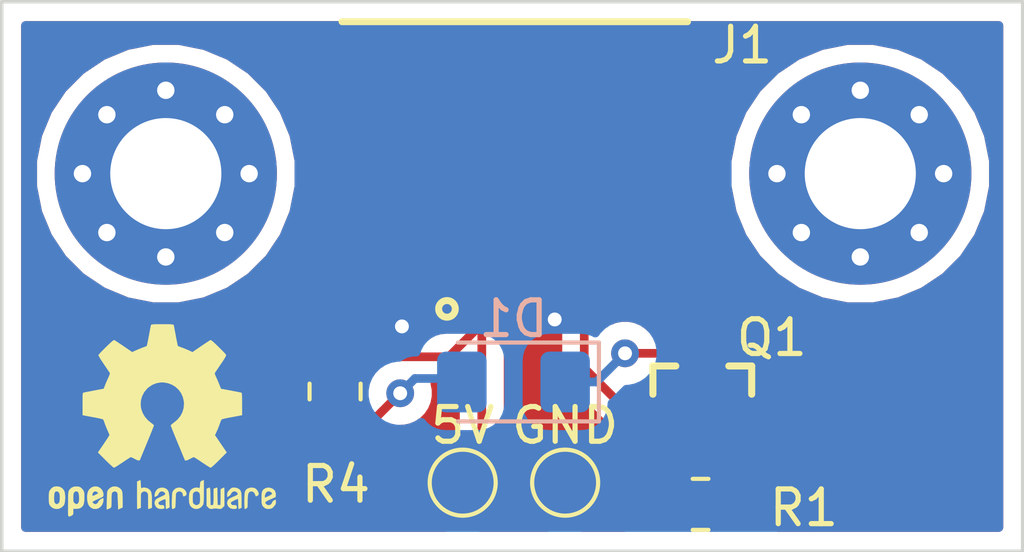
<source format=kicad_pcb>
(kicad_pcb (version 20171130) (host pcbnew "(5.1.8-0-10_14)")

  (general
    (thickness 1.6)
    (drawings 4)
    (tracks 24)
    (zones 0)
    (modules 10)
    (nets 6)
  )

  (page A4)
  (layers
    (0 F.Cu signal)
    (31 B.Cu signal)
    (32 B.Adhes user)
    (33 F.Adhes user)
    (34 B.Paste user)
    (35 F.Paste user)
    (36 B.SilkS user)
    (37 F.SilkS user)
    (38 B.Mask user)
    (39 F.Mask user)
    (40 Dwgs.User user)
    (41 Cmts.User user)
    (42 Eco1.User user)
    (43 Eco2.User user)
    (44 Edge.Cuts user)
    (45 Margin user)
    (46 B.CrtYd user)
    (47 F.CrtYd user)
    (48 B.Fab user)
    (49 F.Fab user hide)
  )

  (setup
    (last_trace_width 0.25)
    (user_trace_width 0.6)
    (trace_clearance 0.2)
    (zone_clearance 0.508)
    (zone_45_only no)
    (trace_min 0.2)
    (via_size 0.8)
    (via_drill 0.4)
    (via_min_size 0.4)
    (via_min_drill 0.3)
    (uvia_size 0.3)
    (uvia_drill 0.1)
    (uvias_allowed no)
    (uvia_min_size 0.2)
    (uvia_min_drill 0.1)
    (edge_width 0.1)
    (segment_width 0.2)
    (pcb_text_width 0.3)
    (pcb_text_size 1.5 1.5)
    (mod_edge_width 0.15)
    (mod_text_size 1 1)
    (mod_text_width 0.15)
    (pad_size 1.524 1.524)
    (pad_drill 0.762)
    (pad_to_mask_clearance 0)
    (aux_axis_origin 0 0)
    (visible_elements FFFFFF7F)
    (pcbplotparams
      (layerselection 0x010fc_ffffffff)
      (usegerberextensions false)
      (usegerberattributes true)
      (usegerberadvancedattributes true)
      (creategerberjobfile true)
      (excludeedgelayer true)
      (linewidth 0.100000)
      (plotframeref false)
      (viasonmask false)
      (mode 1)
      (useauxorigin false)
      (hpglpennumber 1)
      (hpglpenspeed 20)
      (hpglpendiameter 15.000000)
      (psnegative false)
      (psa4output false)
      (plotreference true)
      (plotvalue true)
      (plotinvisibletext false)
      (padsonsilk false)
      (subtractmaskfromsilk false)
      (outputformat 1)
      (mirror false)
      (drillshape 0)
      (scaleselection 1)
      (outputdirectory "gerber1/"))
  )

  (net 0 "")
  (net 1 GND1)
  (net 2 +5VA)
  (net 3 "Net-(D1-Pad2)")
  (net 4 "Net-(D1-Pad1)")
  (net 5 ODEmitter1)

  (net_class Default "This is the default net class."
    (clearance 0.2)
    (trace_width 0.25)
    (via_dia 0.8)
    (via_drill 0.4)
    (uvia_dia 0.3)
    (uvia_drill 0.1)
    (add_net +5VA)
    (add_net GND1)
    (add_net "Net-(D1-Pad1)")
    (add_net "Net-(D1-Pad2)")
    (add_net ODEmitter1)
  )

  (module Symbol:OSHW-Logo2_7.3x6mm_SilkScreen (layer F.Cu) (tedit 0) (tstamp 6045AB01)
    (at 64.9 126.1)
    (descr "Open Source Hardware Symbol")
    (tags "Logo Symbol OSHW")
    (attr virtual)
    (fp_text reference REF** (at 0 0) (layer F.SilkS) hide
      (effects (font (size 1 1) (thickness 0.15)))
    )
    (fp_text value OSHW-Logo2_7.3x6mm_SilkScreen (at 0.75 0) (layer F.Fab) hide
      (effects (font (size 1 1) (thickness 0.15)))
    )
    (fp_poly (pts (xy 0.10391 -2.757652) (xy 0.182454 -2.757222) (xy 0.239298 -2.756058) (xy 0.278105 -2.753793)
      (xy 0.302538 -2.75006) (xy 0.316262 -2.744494) (xy 0.32294 -2.736727) (xy 0.326236 -2.726395)
      (xy 0.326556 -2.725057) (xy 0.331562 -2.700921) (xy 0.340829 -2.653299) (xy 0.353392 -2.587259)
      (xy 0.368287 -2.507872) (xy 0.384551 -2.420204) (xy 0.385119 -2.417125) (xy 0.40141 -2.331211)
      (xy 0.416652 -2.255304) (xy 0.429861 -2.193955) (xy 0.440054 -2.151718) (xy 0.446248 -2.133145)
      (xy 0.446543 -2.132816) (xy 0.464788 -2.123747) (xy 0.502405 -2.108633) (xy 0.551271 -2.090738)
      (xy 0.551543 -2.090642) (xy 0.613093 -2.067507) (xy 0.685657 -2.038035) (xy 0.754057 -2.008403)
      (xy 0.757294 -2.006938) (xy 0.868702 -1.956374) (xy 1.115399 -2.12484) (xy 1.191077 -2.176197)
      (xy 1.259631 -2.222111) (xy 1.317088 -2.25997) (xy 1.359476 -2.287163) (xy 1.382825 -2.301079)
      (xy 1.385042 -2.302111) (xy 1.40201 -2.297516) (xy 1.433701 -2.275345) (xy 1.481352 -2.234553)
      (xy 1.546198 -2.174095) (xy 1.612397 -2.109773) (xy 1.676214 -2.046388) (xy 1.733329 -1.988549)
      (xy 1.780305 -1.939825) (xy 1.813703 -1.90379) (xy 1.830085 -1.884016) (xy 1.830694 -1.882998)
      (xy 1.832505 -1.869428) (xy 1.825683 -1.847267) (xy 1.80854 -1.813522) (xy 1.779393 -1.7652)
      (xy 1.736555 -1.699308) (xy 1.679448 -1.614483) (xy 1.628766 -1.539823) (xy 1.583461 -1.47286)
      (xy 1.54615 -1.417484) (xy 1.519452 -1.37758) (xy 1.505985 -1.357038) (xy 1.505137 -1.355644)
      (xy 1.506781 -1.335962) (xy 1.519245 -1.297707) (xy 1.540048 -1.248111) (xy 1.547462 -1.232272)
      (xy 1.579814 -1.16171) (xy 1.614328 -1.081647) (xy 1.642365 -1.012371) (xy 1.662568 -0.960955)
      (xy 1.678615 -0.921881) (xy 1.687888 -0.901459) (xy 1.689041 -0.899886) (xy 1.706096 -0.897279)
      (xy 1.746298 -0.890137) (xy 1.804302 -0.879477) (xy 1.874763 -0.866315) (xy 1.952335 -0.851667)
      (xy 2.031672 -0.836551) (xy 2.107431 -0.821982) (xy 2.174264 -0.808978) (xy 2.226828 -0.798555)
      (xy 2.259776 -0.79173) (xy 2.267857 -0.789801) (xy 2.276205 -0.785038) (xy 2.282506 -0.774282)
      (xy 2.287045 -0.753902) (xy 2.290104 -0.720266) (xy 2.291967 -0.669745) (xy 2.292918 -0.598708)
      (xy 2.29324 -0.503524) (xy 2.293257 -0.464508) (xy 2.293257 -0.147201) (xy 2.217057 -0.132161)
      (xy 2.174663 -0.124005) (xy 2.1114 -0.112101) (xy 2.034962 -0.097884) (xy 1.953043 -0.08279)
      (xy 1.9304 -0.078645) (xy 1.854806 -0.063947) (xy 1.788953 -0.049495) (xy 1.738366 -0.036625)
      (xy 1.708574 -0.026678) (xy 1.703612 -0.023713) (xy 1.691426 -0.002717) (xy 1.673953 0.037967)
      (xy 1.654577 0.090322) (xy 1.650734 0.1016) (xy 1.625339 0.171523) (xy 1.593817 0.250418)
      (xy 1.562969 0.321266) (xy 1.562817 0.321595) (xy 1.511447 0.432733) (xy 1.680399 0.681253)
      (xy 1.849352 0.929772) (xy 1.632429 1.147058) (xy 1.566819 1.211726) (xy 1.506979 1.268733)
      (xy 1.456267 1.315033) (xy 1.418046 1.347584) (xy 1.395675 1.363343) (xy 1.392466 1.364343)
      (xy 1.373626 1.356469) (xy 1.33518 1.334578) (xy 1.28133 1.301267) (xy 1.216276 1.259131)
      (xy 1.14594 1.211943) (xy 1.074555 1.16381) (xy 1.010908 1.121928) (xy 0.959041 1.088871)
      (xy 0.922995 1.067218) (xy 0.906867 1.059543) (xy 0.887189 1.066037) (xy 0.849875 1.08315)
      (xy 0.802621 1.107326) (xy 0.797612 1.110013) (xy 0.733977 1.141927) (xy 0.690341 1.157579)
      (xy 0.663202 1.157745) (xy 0.649057 1.143204) (xy 0.648975 1.143) (xy 0.641905 1.125779)
      (xy 0.625042 1.084899) (xy 0.599695 1.023525) (xy 0.567171 0.944819) (xy 0.528778 0.851947)
      (xy 0.485822 0.748072) (xy 0.444222 0.647502) (xy 0.398504 0.536516) (xy 0.356526 0.433703)
      (xy 0.319548 0.342215) (xy 0.288827 0.265201) (xy 0.265622 0.205815) (xy 0.25119 0.167209)
      (xy 0.246743 0.1528) (xy 0.257896 0.136272) (xy 0.287069 0.10993) (xy 0.325971 0.080887)
      (xy 0.436757 -0.010961) (xy 0.523351 -0.116241) (xy 0.584716 -0.232734) (xy 0.619815 -0.358224)
      (xy 0.627608 -0.490493) (xy 0.621943 -0.551543) (xy 0.591078 -0.678205) (xy 0.53792 -0.790059)
      (xy 0.465767 -0.885999) (xy 0.377917 -0.964924) (xy 0.277665 -1.02573) (xy 0.16831 -1.067313)
      (xy 0.053147 -1.088572) (xy -0.064525 -1.088401) (xy -0.18141 -1.065699) (xy -0.294211 -1.019362)
      (xy -0.399631 -0.948287) (xy -0.443632 -0.908089) (xy -0.528021 -0.804871) (xy -0.586778 -0.692075)
      (xy -0.620296 -0.57299) (xy -0.628965 -0.450905) (xy -0.613177 -0.329107) (xy -0.573322 -0.210884)
      (xy -0.509793 -0.099525) (xy -0.422979 0.001684) (xy -0.325971 0.080887) (xy -0.285563 0.111162)
      (xy -0.257018 0.137219) (xy -0.246743 0.152825) (xy -0.252123 0.169843) (xy -0.267425 0.2105)
      (xy -0.291388 0.271642) (xy -0.322756 0.350119) (xy -0.360268 0.44278) (xy -0.402667 0.546472)
      (xy -0.444337 0.647526) (xy -0.49031 0.758607) (xy -0.532893 0.861541) (xy -0.570779 0.953165)
      (xy -0.60266 1.030316) (xy -0.627229 1.089831) (xy -0.64318 1.128544) (xy -0.64909 1.143)
      (xy -0.663052 1.157685) (xy -0.69006 1.157642) (xy -0.733587 1.142099) (xy -0.79711 1.110284)
      (xy -0.797612 1.110013) (xy -0.84544 1.085323) (xy -0.884103 1.067338) (xy -0.905905 1.059614)
      (xy -0.906867 1.059543) (xy -0.923279 1.067378) (xy -0.959513 1.089165) (xy -1.011526 1.122328)
      (xy -1.075275 1.164291) (xy -1.14594 1.211943) (xy -1.217884 1.260191) (xy -1.282726 1.302151)
      (xy -1.336265 1.335227) (xy -1.374303 1.356821) (xy -1.392467 1.364343) (xy -1.409192 1.354457)
      (xy -1.44282 1.326826) (xy -1.48999 1.284495) (xy -1.547342 1.230505) (xy -1.611516 1.167899)
      (xy -1.632503 1.146983) (xy -1.849501 0.929623) (xy -1.684332 0.68722) (xy -1.634136 0.612781)
      (xy -1.590081 0.545972) (xy -1.554638 0.490665) (xy -1.530281 0.450729) (xy -1.519478 0.430036)
      (xy -1.519162 0.428563) (xy -1.524857 0.409058) (xy -1.540174 0.369822) (xy -1.562463 0.31743)
      (xy -1.578107 0.282355) (xy -1.607359 0.215201) (xy -1.634906 0.147358) (xy -1.656263 0.090034)
      (xy -1.662065 0.072572) (xy -1.678548 0.025938) (xy -1.69466 -0.010095) (xy -1.70351 -0.023713)
      (xy -1.72304 -0.032048) (xy -1.765666 -0.043863) (xy -1.825855 -0.057819) (xy -1.898078 -0.072578)
      (xy -1.9304 -0.078645) (xy -2.012478 -0.093727) (xy -2.091205 -0.108331) (xy -2.158891 -0.12102)
      (xy -2.20784 -0.130358) (xy -2.217057 -0.132161) (xy -2.293257 -0.147201) (xy -2.293257 -0.464508)
      (xy -2.293086 -0.568846) (xy -2.292384 -0.647787) (xy -2.290866 -0.704962) (xy -2.288251 -0.744001)
      (xy -2.284254 -0.768535) (xy -2.278591 -0.782195) (xy -2.27098 -0.788611) (xy -2.267857 -0.789801)
      (xy -2.249022 -0.79402) (xy -2.207412 -0.802438) (xy -2.14837 -0.814039) (xy -2.077243 -0.827805)
      (xy -1.999375 -0.84272) (xy -1.920113 -0.857768) (xy -1.844802 -0.871931) (xy -1.778787 -0.884194)
      (xy -1.727413 -0.893539) (xy -1.696025 -0.89895) (xy -1.689041 -0.899886) (xy -1.682715 -0.912404)
      (xy -1.66871 -0.945754) (xy -1.649645 -0.993623) (xy -1.642366 -1.012371) (xy -1.613004 -1.084805)
      (xy -1.578429 -1.16483) (xy -1.547463 -1.232272) (xy -1.524677 -1.283841) (xy -1.509518 -1.326215)
      (xy -1.504458 -1.352166) (xy -1.505264 -1.355644) (xy -1.515959 -1.372064) (xy -1.54038 -1.408583)
      (xy -1.575905 -1.461313) (xy -1.619913 -1.526365) (xy -1.669783 -1.599849) (xy -1.679644 -1.614355)
      (xy -1.737508 -1.700296) (xy -1.780044 -1.765739) (xy -1.808946 -1.813696) (xy -1.82591 -1.84718)
      (xy -1.832633 -1.869205) (xy -1.83081 -1.882783) (xy -1.830764 -1.882869) (xy -1.816414 -1.900703)
      (xy -1.784677 -1.935183) (xy -1.73899 -1.982732) (xy -1.682796 -2.039778) (xy -1.619532 -2.102745)
      (xy -1.612398 -2.109773) (xy -1.53267 -2.18698) (xy -1.471143 -2.24367) (xy -1.426579 -2.28089)
      (xy -1.397743 -2.299685) (xy -1.385042 -2.302111) (xy -1.366506 -2.291529) (xy -1.328039 -2.267084)
      (xy -1.273614 -2.231388) (xy -1.207202 -2.187053) (xy -1.132775 -2.136689) (xy -1.115399 -2.12484)
      (xy -0.868703 -1.956374) (xy -0.757294 -2.006938) (xy -0.689543 -2.036405) (xy -0.616817 -2.066041)
      (xy -0.554297 -2.08967) (xy -0.551543 -2.090642) (xy -0.50264 -2.108543) (xy -0.464943 -2.12368)
      (xy -0.446575 -2.13279) (xy -0.446544 -2.132816) (xy -0.440715 -2.149283) (xy -0.430808 -2.189781)
      (xy -0.417805 -2.249758) (xy -0.402691 -2.32466) (xy -0.386448 -2.409936) (xy -0.385119 -2.417125)
      (xy -0.368825 -2.504986) (xy -0.353867 -2.58474) (xy -0.341209 -2.651319) (xy -0.331814 -2.699653)
      (xy -0.326646 -2.724675) (xy -0.326556 -2.725057) (xy -0.323411 -2.735701) (xy -0.317296 -2.743738)
      (xy -0.304547 -2.749533) (xy -0.2815 -2.753453) (xy -0.244491 -2.755865) (xy -0.189856 -2.757135)
      (xy -0.113933 -2.757629) (xy -0.013056 -2.757714) (xy 0 -2.757714) (xy 0.10391 -2.757652)) (layer F.SilkS) (width 0.01))
    (fp_poly (pts (xy 3.153595 1.966966) (xy 3.211021 2.004497) (xy 3.238719 2.038096) (xy 3.260662 2.099064)
      (xy 3.262405 2.147308) (xy 3.258457 2.211816) (xy 3.109686 2.276934) (xy 3.037349 2.310202)
      (xy 2.990084 2.336964) (xy 2.965507 2.360144) (xy 2.961237 2.382667) (xy 2.974889 2.407455)
      (xy 2.989943 2.423886) (xy 3.033746 2.450235) (xy 3.081389 2.452081) (xy 3.125145 2.431546)
      (xy 3.157289 2.390752) (xy 3.163038 2.376347) (xy 3.190576 2.331356) (xy 3.222258 2.312182)
      (xy 3.265714 2.295779) (xy 3.265714 2.357966) (xy 3.261872 2.400283) (xy 3.246823 2.435969)
      (xy 3.21528 2.476943) (xy 3.210592 2.482267) (xy 3.175506 2.51872) (xy 3.145347 2.538283)
      (xy 3.107615 2.547283) (xy 3.076335 2.55023) (xy 3.020385 2.550965) (xy 2.980555 2.54166)
      (xy 2.955708 2.527846) (xy 2.916656 2.497467) (xy 2.889625 2.464613) (xy 2.872517 2.423294)
      (xy 2.863238 2.367521) (xy 2.859693 2.291305) (xy 2.85941 2.252622) (xy 2.860372 2.206247)
      (xy 2.948007 2.206247) (xy 2.949023 2.231126) (xy 2.951556 2.2352) (xy 2.968274 2.229665)
      (xy 3.004249 2.215017) (xy 3.052331 2.19419) (xy 3.062386 2.189714) (xy 3.123152 2.158814)
      (xy 3.156632 2.131657) (xy 3.16399 2.10622) (xy 3.146391 2.080481) (xy 3.131856 2.069109)
      (xy 3.07941 2.046364) (xy 3.030322 2.050122) (xy 2.989227 2.077884) (xy 2.960758 2.127152)
      (xy 2.951631 2.166257) (xy 2.948007 2.206247) (xy 2.860372 2.206247) (xy 2.861285 2.162249)
      (xy 2.868196 2.095384) (xy 2.881884 2.046695) (xy 2.904096 2.010849) (xy 2.936574 1.982513)
      (xy 2.950733 1.973355) (xy 3.015053 1.949507) (xy 3.085473 1.948006) (xy 3.153595 1.966966)) (layer F.SilkS) (width 0.01))
    (fp_poly (pts (xy 2.6526 1.958752) (xy 2.669948 1.966334) (xy 2.711356 1.999128) (xy 2.746765 2.046547)
      (xy 2.768664 2.097151) (xy 2.772229 2.122098) (xy 2.760279 2.156927) (xy 2.734067 2.175357)
      (xy 2.705964 2.186516) (xy 2.693095 2.188572) (xy 2.686829 2.173649) (xy 2.674456 2.141175)
      (xy 2.669028 2.126502) (xy 2.63859 2.075744) (xy 2.59452 2.050427) (xy 2.53801 2.051206)
      (xy 2.533825 2.052203) (xy 2.503655 2.066507) (xy 2.481476 2.094393) (xy 2.466327 2.139287)
      (xy 2.45725 2.204615) (xy 2.453286 2.293804) (xy 2.452914 2.341261) (xy 2.45273 2.416071)
      (xy 2.451522 2.467069) (xy 2.448309 2.499471) (xy 2.442109 2.518495) (xy 2.43194 2.529356)
      (xy 2.416819 2.537272) (xy 2.415946 2.53767) (xy 2.386828 2.549981) (xy 2.372403 2.554514)
      (xy 2.370186 2.540809) (xy 2.368289 2.502925) (xy 2.366847 2.445715) (xy 2.365998 2.374027)
      (xy 2.365829 2.321565) (xy 2.366692 2.220047) (xy 2.37007 2.143032) (xy 2.377142 2.086023)
      (xy 2.389088 2.044526) (xy 2.40709 2.014043) (xy 2.432327 1.99008) (xy 2.457247 1.973355)
      (xy 2.517171 1.951097) (xy 2.586911 1.946076) (xy 2.6526 1.958752)) (layer F.SilkS) (width 0.01))
    (fp_poly (pts (xy 2.144876 1.956335) (xy 2.186667 1.975344) (xy 2.219469 1.998378) (xy 2.243503 2.024133)
      (xy 2.260097 2.057358) (xy 2.270577 2.1028) (xy 2.276271 2.165207) (xy 2.278507 2.249327)
      (xy 2.278743 2.304721) (xy 2.278743 2.520826) (xy 2.241774 2.53767) (xy 2.212656 2.549981)
      (xy 2.198231 2.554514) (xy 2.195472 2.541025) (xy 2.193282 2.504653) (xy 2.191942 2.451542)
      (xy 2.191657 2.409372) (xy 2.190434 2.348447) (xy 2.187136 2.300115) (xy 2.182321 2.270518)
      (xy 2.178496 2.264229) (xy 2.152783 2.270652) (xy 2.112418 2.287125) (xy 2.065679 2.309458)
      (xy 2.020845 2.333457) (xy 1.986193 2.35493) (xy 1.970002 2.369685) (xy 1.969938 2.369845)
      (xy 1.97133 2.397152) (xy 1.983818 2.423219) (xy 2.005743 2.444392) (xy 2.037743 2.451474)
      (xy 2.065092 2.450649) (xy 2.103826 2.450042) (xy 2.124158 2.459116) (xy 2.136369 2.483092)
      (xy 2.137909 2.487613) (xy 2.143203 2.521806) (xy 2.129047 2.542568) (xy 2.092148 2.552462)
      (xy 2.052289 2.554292) (xy 1.980562 2.540727) (xy 1.943432 2.521355) (xy 1.897576 2.475845)
      (xy 1.873256 2.419983) (xy 1.871073 2.360957) (xy 1.891629 2.305953) (xy 1.922549 2.271486)
      (xy 1.95342 2.252189) (xy 2.001942 2.227759) (xy 2.058485 2.202985) (xy 2.06791 2.199199)
      (xy 2.130019 2.171791) (xy 2.165822 2.147634) (xy 2.177337 2.123619) (xy 2.16658 2.096635)
      (xy 2.148114 2.075543) (xy 2.104469 2.049572) (xy 2.056446 2.047624) (xy 2.012406 2.067637)
      (xy 1.980709 2.107551) (xy 1.976549 2.117848) (xy 1.952327 2.155724) (xy 1.916965 2.183842)
      (xy 1.872343 2.206917) (xy 1.872343 2.141485) (xy 1.874969 2.101506) (xy 1.88623 2.069997)
      (xy 1.911199 2.036378) (xy 1.935169 2.010484) (xy 1.972441 1.973817) (xy 2.001401 1.954121)
      (xy 2.032505 1.94622) (xy 2.067713 1.944914) (xy 2.144876 1.956335)) (layer F.SilkS) (width 0.01))
    (fp_poly (pts (xy 1.779833 1.958663) (xy 1.782048 1.99685) (xy 1.783784 2.054886) (xy 1.784899 2.12818)
      (xy 1.785257 2.205055) (xy 1.785257 2.465196) (xy 1.739326 2.511127) (xy 1.707675 2.539429)
      (xy 1.67989 2.550893) (xy 1.641915 2.550168) (xy 1.62684 2.548321) (xy 1.579726 2.542948)
      (xy 1.540756 2.539869) (xy 1.531257 2.539585) (xy 1.499233 2.541445) (xy 1.453432 2.546114)
      (xy 1.435674 2.548321) (xy 1.392057 2.551735) (xy 1.362745 2.54432) (xy 1.33368 2.521427)
      (xy 1.323188 2.511127) (xy 1.277257 2.465196) (xy 1.277257 1.978602) (xy 1.314226 1.961758)
      (xy 1.346059 1.949282) (xy 1.364683 1.944914) (xy 1.369458 1.958718) (xy 1.373921 1.997286)
      (xy 1.377775 2.056356) (xy 1.380722 2.131663) (xy 1.382143 2.195286) (xy 1.386114 2.445657)
      (xy 1.420759 2.450556) (xy 1.452268 2.447131) (xy 1.467708 2.436041) (xy 1.472023 2.415308)
      (xy 1.475708 2.371145) (xy 1.478469 2.309146) (xy 1.480012 2.234909) (xy 1.480235 2.196706)
      (xy 1.480457 1.976783) (xy 1.526166 1.960849) (xy 1.558518 1.950015) (xy 1.576115 1.944962)
      (xy 1.576623 1.944914) (xy 1.578388 1.958648) (xy 1.580329 1.99673) (xy 1.582282 2.054482)
      (xy 1.584084 2.127227) (xy 1.585343 2.195286) (xy 1.589314 2.445657) (xy 1.6764 2.445657)
      (xy 1.680396 2.21724) (xy 1.684392 1.988822) (xy 1.726847 1.966868) (xy 1.758192 1.951793)
      (xy 1.776744 1.944951) (xy 1.777279 1.944914) (xy 1.779833 1.958663)) (layer F.SilkS) (width 0.01))
    (fp_poly (pts (xy 1.190117 2.065358) (xy 1.189933 2.173837) (xy 1.189219 2.257287) (xy 1.187675 2.319704)
      (xy 1.185001 2.365085) (xy 1.180894 2.397429) (xy 1.175055 2.420733) (xy 1.167182 2.438995)
      (xy 1.161221 2.449418) (xy 1.111855 2.505945) (xy 1.049264 2.541377) (xy 0.980013 2.55409)
      (xy 0.910668 2.542463) (xy 0.869375 2.521568) (xy 0.826025 2.485422) (xy 0.796481 2.441276)
      (xy 0.778655 2.383462) (xy 0.770463 2.306313) (xy 0.769302 2.249714) (xy 0.769458 2.245647)
      (xy 0.870857 2.245647) (xy 0.871476 2.31055) (xy 0.874314 2.353514) (xy 0.88084 2.381622)
      (xy 0.892523 2.401953) (xy 0.906483 2.417288) (xy 0.953365 2.44689) (xy 1.003701 2.449419)
      (xy 1.051276 2.424705) (xy 1.054979 2.421356) (xy 1.070783 2.403935) (xy 1.080693 2.383209)
      (xy 1.086058 2.352362) (xy 1.088228 2.304577) (xy 1.088571 2.251748) (xy 1.087827 2.185381)
      (xy 1.084748 2.141106) (xy 1.078061 2.112009) (xy 1.066496 2.091173) (xy 1.057013 2.080107)
      (xy 1.01296 2.052198) (xy 0.962224 2.048843) (xy 0.913796 2.070159) (xy 0.90445 2.078073)
      (xy 0.88854 2.095647) (xy 0.87861 2.116587) (xy 0.873278 2.147782) (xy 0.871163 2.196122)
      (xy 0.870857 2.245647) (xy 0.769458 2.245647) (xy 0.77281 2.158568) (xy 0.784726 2.090086)
      (xy 0.807135 2.0386) (xy 0.842124 1.998443) (xy 0.869375 1.977861) (xy 0.918907 1.955625)
      (xy 0.976316 1.945304) (xy 1.029682 1.948067) (xy 1.059543 1.959212) (xy 1.071261 1.962383)
      (xy 1.079037 1.950557) (xy 1.084465 1.918866) (xy 1.088571 1.870593) (xy 1.093067 1.816829)
      (xy 1.099313 1.784482) (xy 1.110676 1.765985) (xy 1.130528 1.75377) (xy 1.143 1.748362)
      (xy 1.190171 1.728601) (xy 1.190117 2.065358)) (layer F.SilkS) (width 0.01))
    (fp_poly (pts (xy 0.529926 1.949755) (xy 0.595858 1.974084) (xy 0.649273 2.017117) (xy 0.670164 2.047409)
      (xy 0.692939 2.102994) (xy 0.692466 2.143186) (xy 0.668562 2.170217) (xy 0.659717 2.174813)
      (xy 0.62153 2.189144) (xy 0.602028 2.185472) (xy 0.595422 2.161407) (xy 0.595086 2.148114)
      (xy 0.582992 2.09921) (xy 0.551471 2.064999) (xy 0.507659 2.048476) (xy 0.458695 2.052634)
      (xy 0.418894 2.074227) (xy 0.40545 2.086544) (xy 0.395921 2.101487) (xy 0.389485 2.124075)
      (xy 0.385317 2.159328) (xy 0.382597 2.212266) (xy 0.380502 2.287907) (xy 0.37996 2.311857)
      (xy 0.377981 2.39379) (xy 0.375731 2.451455) (xy 0.372357 2.489608) (xy 0.367006 2.513004)
      (xy 0.358824 2.526398) (xy 0.346959 2.534545) (xy 0.339362 2.538144) (xy 0.307102 2.550452)
      (xy 0.288111 2.554514) (xy 0.281836 2.540948) (xy 0.278006 2.499934) (xy 0.2766 2.430999)
      (xy 0.277598 2.333669) (xy 0.277908 2.318657) (xy 0.280101 2.229859) (xy 0.282693 2.165019)
      (xy 0.286382 2.119067) (xy 0.291864 2.086935) (xy 0.299835 2.063553) (xy 0.310993 2.043852)
      (xy 0.31683 2.03541) (xy 0.350296 1.998057) (xy 0.387727 1.969003) (xy 0.392309 1.966467)
      (xy 0.459426 1.946443) (xy 0.529926 1.949755)) (layer F.SilkS) (width 0.01))
    (fp_poly (pts (xy 0.039744 1.950968) (xy 0.096616 1.972087) (xy 0.097267 1.972493) (xy 0.13244 1.99838)
      (xy 0.158407 2.028633) (xy 0.17667 2.068058) (xy 0.188732 2.121462) (xy 0.196096 2.193651)
      (xy 0.200264 2.289432) (xy 0.200629 2.303078) (xy 0.205876 2.508842) (xy 0.161716 2.531678)
      (xy 0.129763 2.54711) (xy 0.11047 2.554423) (xy 0.109578 2.554514) (xy 0.106239 2.541022)
      (xy 0.103587 2.504626) (xy 0.101956 2.451452) (xy 0.1016 2.408393) (xy 0.101592 2.338641)
      (xy 0.098403 2.294837) (xy 0.087288 2.273944) (xy 0.063501 2.272925) (xy 0.022296 2.288741)
      (xy -0.039914 2.317815) (xy -0.085659 2.341963) (xy -0.109187 2.362913) (xy -0.116104 2.385747)
      (xy -0.116114 2.386877) (xy -0.104701 2.426212) (xy -0.070908 2.447462) (xy -0.019191 2.450539)
      (xy 0.018061 2.450006) (xy 0.037703 2.460735) (xy 0.049952 2.486505) (xy 0.057002 2.519337)
      (xy 0.046842 2.537966) (xy 0.043017 2.540632) (xy 0.007001 2.55134) (xy -0.043434 2.552856)
      (xy -0.095374 2.545759) (xy -0.132178 2.532788) (xy -0.183062 2.489585) (xy -0.211986 2.429446)
      (xy -0.217714 2.382462) (xy -0.213343 2.340082) (xy -0.197525 2.305488) (xy -0.166203 2.274763)
      (xy -0.115322 2.24399) (xy -0.040824 2.209252) (xy -0.036286 2.207288) (xy 0.030821 2.176287)
      (xy 0.072232 2.150862) (xy 0.089981 2.128014) (xy 0.086107 2.104745) (xy 0.062643 2.078056)
      (xy 0.055627 2.071914) (xy 0.00863 2.0481) (xy -0.040067 2.049103) (xy -0.082478 2.072451)
      (xy -0.110616 2.115675) (xy -0.113231 2.12416) (xy -0.138692 2.165308) (xy -0.170999 2.185128)
      (xy -0.217714 2.20477) (xy -0.217714 2.15395) (xy -0.203504 2.080082) (xy -0.161325 2.012327)
      (xy -0.139376 1.989661) (xy -0.089483 1.960569) (xy -0.026033 1.9474) (xy 0.039744 1.950968)) (layer F.SilkS) (width 0.01))
    (fp_poly (pts (xy -0.624114 1.851289) (xy -0.619861 1.910613) (xy -0.614975 1.945572) (xy -0.608205 1.96082)
      (xy -0.598298 1.961015) (xy -0.595086 1.959195) (xy -0.552356 1.946015) (xy -0.496773 1.946785)
      (xy -0.440263 1.960333) (xy -0.404918 1.977861) (xy -0.368679 2.005861) (xy -0.342187 2.037549)
      (xy -0.324001 2.077813) (xy -0.312678 2.131543) (xy -0.306778 2.203626) (xy -0.304857 2.298951)
      (xy -0.304823 2.317237) (xy -0.3048 2.522646) (xy -0.350509 2.53858) (xy -0.382973 2.54942)
      (xy -0.400785 2.554468) (xy -0.401309 2.554514) (xy -0.403063 2.540828) (xy -0.404556 2.503076)
      (xy -0.405674 2.446224) (xy -0.406303 2.375234) (xy -0.4064 2.332073) (xy -0.406602 2.246973)
      (xy -0.407642 2.185981) (xy -0.410169 2.144177) (xy -0.414836 2.116642) (xy -0.422293 2.098456)
      (xy -0.433189 2.084698) (xy -0.439993 2.078073) (xy -0.486728 2.051375) (xy -0.537728 2.049375)
      (xy -0.583999 2.071955) (xy -0.592556 2.080107) (xy -0.605107 2.095436) (xy -0.613812 2.113618)
      (xy -0.619369 2.139909) (xy -0.622474 2.179562) (xy -0.623824 2.237832) (xy -0.624114 2.318173)
      (xy -0.624114 2.522646) (xy -0.669823 2.53858) (xy -0.702287 2.54942) (xy -0.720099 2.554468)
      (xy -0.720623 2.554514) (xy -0.721963 2.540623) (xy -0.723172 2.501439) (xy -0.724199 2.4407)
      (xy -0.724998 2.362141) (xy -0.725519 2.269498) (xy -0.725714 2.166509) (xy -0.725714 1.769342)
      (xy -0.678543 1.749444) (xy -0.631371 1.729547) (xy -0.624114 1.851289)) (layer F.SilkS) (width 0.01))
    (fp_poly (pts (xy -1.831697 1.931239) (xy -1.774473 1.969735) (xy -1.730251 2.025335) (xy -1.703833 2.096086)
      (xy -1.69849 2.148162) (xy -1.699097 2.169893) (xy -1.704178 2.186531) (xy -1.718145 2.201437)
      (xy -1.745411 2.217973) (xy -1.790388 2.239498) (xy -1.857489 2.269374) (xy -1.857829 2.269524)
      (xy -1.919593 2.297813) (xy -1.970241 2.322933) (xy -2.004596 2.342179) (xy -2.017482 2.352848)
      (xy -2.017486 2.352934) (xy -2.006128 2.376166) (xy -1.979569 2.401774) (xy -1.949077 2.420221)
      (xy -1.93363 2.423886) (xy -1.891485 2.411212) (xy -1.855192 2.379471) (xy -1.837483 2.344572)
      (xy -1.820448 2.318845) (xy -1.787078 2.289546) (xy -1.747851 2.264235) (xy -1.713244 2.250471)
      (xy -1.706007 2.249714) (xy -1.697861 2.26216) (xy -1.69737 2.293972) (xy -1.703357 2.336866)
      (xy -1.714643 2.382558) (xy -1.73005 2.422761) (xy -1.730829 2.424322) (xy -1.777196 2.489062)
      (xy -1.837289 2.533097) (xy -1.905535 2.554711) (xy -1.976362 2.552185) (xy -2.044196 2.523804)
      (xy -2.047212 2.521808) (xy -2.100573 2.473448) (xy -2.13566 2.410352) (xy -2.155078 2.327387)
      (xy -2.157684 2.304078) (xy -2.162299 2.194055) (xy -2.156767 2.142748) (xy -2.017486 2.142748)
      (xy -2.015676 2.174753) (xy -2.005778 2.184093) (xy -1.981102 2.177105) (xy -1.942205 2.160587)
      (xy -1.898725 2.139881) (xy -1.897644 2.139333) (xy -1.860791 2.119949) (xy -1.846 2.107013)
      (xy -1.849647 2.093451) (xy -1.865005 2.075632) (xy -1.904077 2.049845) (xy -1.946154 2.04795)
      (xy -1.983897 2.066717) (xy -2.009966 2.102915) (xy -2.017486 2.142748) (xy -2.156767 2.142748)
      (xy -2.152806 2.106027) (xy -2.12845 2.036212) (xy -2.094544 1.987302) (xy -2.033347 1.937878)
      (xy -1.965937 1.913359) (xy -1.89712 1.911797) (xy -1.831697 1.931239)) (layer F.SilkS) (width 0.01))
    (fp_poly (pts (xy -2.958885 1.921962) (xy -2.890855 1.957733) (xy -2.840649 2.015301) (xy -2.822815 2.052312)
      (xy -2.808937 2.107882) (xy -2.801833 2.178096) (xy -2.80116 2.254727) (xy -2.806573 2.329552)
      (xy -2.81773 2.394342) (xy -2.834286 2.440873) (xy -2.839374 2.448887) (xy -2.899645 2.508707)
      (xy -2.971231 2.544535) (xy -3.048908 2.55502) (xy -3.127452 2.53881) (xy -3.149311 2.529092)
      (xy -3.191878 2.499143) (xy -3.229237 2.459433) (xy -3.232768 2.454397) (xy -3.247119 2.430124)
      (xy -3.256606 2.404178) (xy -3.26221 2.370022) (xy -3.264914 2.321119) (xy -3.265701 2.250935)
      (xy -3.265714 2.2352) (xy -3.265678 2.230192) (xy -3.120571 2.230192) (xy -3.119727 2.29643)
      (xy -3.116404 2.340386) (xy -3.109417 2.368779) (xy -3.097584 2.388325) (xy -3.091543 2.394857)
      (xy -3.056814 2.41968) (xy -3.023097 2.418548) (xy -2.989005 2.397016) (xy -2.968671 2.374029)
      (xy -2.956629 2.340478) (xy -2.949866 2.287569) (xy -2.949402 2.281399) (xy -2.948248 2.185513)
      (xy -2.960312 2.114299) (xy -2.98543 2.068194) (xy -3.02344 2.047635) (xy -3.037008 2.046514)
      (xy -3.072636 2.052152) (xy -3.097006 2.071686) (xy -3.111907 2.109042) (xy -3.119125 2.16815)
      (xy -3.120571 2.230192) (xy -3.265678 2.230192) (xy -3.265174 2.160413) (xy -3.262904 2.108159)
      (xy -3.257932 2.071949) (xy -3.249287 2.045299) (xy -3.235995 2.021722) (xy -3.233057 2.017338)
      (xy -3.183687 1.958249) (xy -3.129891 1.923947) (xy -3.064398 1.910331) (xy -3.042158 1.909665)
      (xy -2.958885 1.921962)) (layer F.SilkS) (width 0.01))
    (fp_poly (pts (xy -1.283907 1.92778) (xy -1.237328 1.954723) (xy -1.204943 1.981466) (xy -1.181258 2.009484)
      (xy -1.164941 2.043748) (xy -1.154661 2.089227) (xy -1.149086 2.150892) (xy -1.146884 2.233711)
      (xy -1.146629 2.293246) (xy -1.146629 2.512391) (xy -1.208314 2.540044) (xy -1.27 2.567697)
      (xy -1.277257 2.32767) (xy -1.280256 2.238028) (xy -1.283402 2.172962) (xy -1.287299 2.128026)
      (xy -1.292553 2.09877) (xy -1.299769 2.080748) (xy -1.30955 2.069511) (xy -1.312688 2.067079)
      (xy -1.360239 2.048083) (xy -1.408303 2.0556) (xy -1.436914 2.075543) (xy -1.448553 2.089675)
      (xy -1.456609 2.10822) (xy -1.461729 2.136334) (xy -1.464559 2.179173) (xy -1.465744 2.241895)
      (xy -1.465943 2.307261) (xy -1.465982 2.389268) (xy -1.467386 2.447316) (xy -1.472086 2.486465)
      (xy -1.482013 2.51178) (xy -1.499097 2.528323) (xy -1.525268 2.541156) (xy -1.560225 2.554491)
      (xy -1.598404 2.569007) (xy -1.593859 2.311389) (xy -1.592029 2.218519) (xy -1.589888 2.149889)
      (xy -1.586819 2.100711) (xy -1.582206 2.066198) (xy -1.575432 2.041562) (xy -1.565881 2.022016)
      (xy -1.554366 2.00477) (xy -1.49881 1.94968) (xy -1.43102 1.917822) (xy -1.357287 1.910191)
      (xy -1.283907 1.92778)) (layer F.SilkS) (width 0.01))
    (fp_poly (pts (xy -2.400256 1.919918) (xy -2.344799 1.947568) (xy -2.295852 1.99848) (xy -2.282371 2.017338)
      (xy -2.267686 2.042015) (xy -2.258158 2.068816) (xy -2.252707 2.104587) (xy -2.250253 2.156169)
      (xy -2.249714 2.224267) (xy -2.252148 2.317588) (xy -2.260606 2.387657) (xy -2.276826 2.439931)
      (xy -2.302546 2.479869) (xy -2.339503 2.512929) (xy -2.342218 2.514886) (xy -2.37864 2.534908)
      (xy -2.422498 2.544815) (xy -2.478276 2.547257) (xy -2.568952 2.547257) (xy -2.56899 2.635283)
      (xy -2.569834 2.684308) (xy -2.574976 2.713065) (xy -2.588413 2.730311) (xy -2.614142 2.744808)
      (xy -2.620321 2.747769) (xy -2.649236 2.761648) (xy -2.671624 2.770414) (xy -2.688271 2.771171)
      (xy -2.699964 2.761023) (xy -2.70749 2.737073) (xy -2.711634 2.696426) (xy -2.713185 2.636186)
      (xy -2.712929 2.553455) (xy -2.711651 2.445339) (xy -2.711252 2.413) (xy -2.709815 2.301524)
      (xy -2.708528 2.228603) (xy -2.569029 2.228603) (xy -2.568245 2.290499) (xy -2.56476 2.330997)
      (xy -2.556876 2.357708) (xy -2.542895 2.378244) (xy -2.533403 2.38826) (xy -2.494596 2.417567)
      (xy -2.460237 2.419952) (xy -2.424784 2.39575) (xy -2.423886 2.394857) (xy -2.409461 2.376153)
      (xy -2.400687 2.350732) (xy -2.396261 2.311584) (xy -2.394882 2.251697) (xy -2.394857 2.23843)
      (xy -2.398188 2.155901) (xy -2.409031 2.098691) (xy -2.42866 2.063766) (xy -2.45835 2.048094)
      (xy -2.475509 2.046514) (xy -2.516234 2.053926) (xy -2.544168 2.07833) (xy -2.560983 2.12298)
      (xy -2.56835 2.19113) (xy -2.569029 2.228603) (xy -2.708528 2.228603) (xy -2.708292 2.215245)
      (xy -2.706323 2.150333) (xy -2.70355 2.102958) (xy -2.699612 2.06929) (xy -2.694151 2.045498)
      (xy -2.686808 2.027753) (xy -2.677223 2.012224) (xy -2.673113 2.006381) (xy -2.618595 1.951185)
      (xy -2.549664 1.91989) (xy -2.469928 1.911165) (xy -2.400256 1.919918)) (layer F.SilkS) (width 0.01))
  )

  (module MountingHole:MountingHole_3.2mm_M3_Pad_Via (layer F.Cu) (tedit 56DDBCCA) (tstamp 60457C9A)
    (at 65 119)
    (descr "Mounting Hole 3.2mm, M3")
    (tags "mounting hole 3.2mm m3")
    (attr virtual)
    (fp_text reference REF** (at 0 -4.2) (layer F.SilkS) hide
      (effects (font (size 1 1) (thickness 0.15)))
    )
    (fp_text value MountingHole_3.2mm_M3_Pad_Via (at 0 4.2) (layer F.Fab)
      (effects (font (size 1 1) (thickness 0.15)))
    )
    (fp_circle (center 0 0) (end 3.45 0) (layer F.CrtYd) (width 0.05))
    (fp_circle (center 0 0) (end 3.2 0) (layer Cmts.User) (width 0.15))
    (fp_text user %R (at 0.3 0) (layer F.Fab)
      (effects (font (size 1 1) (thickness 0.15)))
    )
    (pad 1 thru_hole circle (at 0 0) (size 6.4 6.4) (drill 3.2) (layers *.Cu *.Mask))
    (pad 1 thru_hole circle (at 2.4 0) (size 0.8 0.8) (drill 0.5) (layers *.Cu *.Mask))
    (pad 1 thru_hole circle (at 1.697056 1.697056) (size 0.8 0.8) (drill 0.5) (layers *.Cu *.Mask))
    (pad 1 thru_hole circle (at 0 2.4) (size 0.8 0.8) (drill 0.5) (layers *.Cu *.Mask))
    (pad 1 thru_hole circle (at -1.697056 1.697056) (size 0.8 0.8) (drill 0.5) (layers *.Cu *.Mask))
    (pad 1 thru_hole circle (at -2.4 0) (size 0.8 0.8) (drill 0.5) (layers *.Cu *.Mask))
    (pad 1 thru_hole circle (at -1.697056 -1.697056) (size 0.8 0.8) (drill 0.5) (layers *.Cu *.Mask))
    (pad 1 thru_hole circle (at 0 -2.4) (size 0.8 0.8) (drill 0.5) (layers *.Cu *.Mask))
    (pad 1 thru_hole circle (at 1.697056 -1.697056) (size 0.8 0.8) (drill 0.5) (layers *.Cu *.Mask))
  )

  (module MountingHole:MountingHole_3.2mm_M3_Pad_Via (layer F.Cu) (tedit 56DDBCCA) (tstamp 60457C89)
    (at 85 119)
    (descr "Mounting Hole 3.2mm, M3")
    (tags "mounting hole 3.2mm m3")
    (attr virtual)
    (fp_text reference REF** (at 0 -4.2) (layer F.SilkS) hide
      (effects (font (size 1 1) (thickness 0.15)))
    )
    (fp_text value MountingHole_3.2mm_M3_Pad_Via (at 0 4.2) (layer F.Fab)
      (effects (font (size 1 1) (thickness 0.15)))
    )
    (fp_circle (center 0 0) (end 3.45 0) (layer F.CrtYd) (width 0.05))
    (fp_circle (center 0 0) (end 3.2 0) (layer Cmts.User) (width 0.15))
    (fp_text user %R (at 0.3 0) (layer F.Fab)
      (effects (font (size 1 1) (thickness 0.15)))
    )
    (pad 1 thru_hole circle (at 1.697056 -1.697056) (size 0.8 0.8) (drill 0.5) (layers *.Cu *.Mask))
    (pad 1 thru_hole circle (at 0 -2.4) (size 0.8 0.8) (drill 0.5) (layers *.Cu *.Mask))
    (pad 1 thru_hole circle (at -1.697056 -1.697056) (size 0.8 0.8) (drill 0.5) (layers *.Cu *.Mask))
    (pad 1 thru_hole circle (at -2.4 0) (size 0.8 0.8) (drill 0.5) (layers *.Cu *.Mask))
    (pad 1 thru_hole circle (at -1.697056 1.697056) (size 0.8 0.8) (drill 0.5) (layers *.Cu *.Mask))
    (pad 1 thru_hole circle (at 0 2.4) (size 0.8 0.8) (drill 0.5) (layers *.Cu *.Mask))
    (pad 1 thru_hole circle (at 1.697056 1.697056) (size 0.8 0.8) (drill 0.5) (layers *.Cu *.Mask))
    (pad 1 thru_hole circle (at 2.4 0) (size 0.8 0.8) (drill 0.5) (layers *.Cu *.Mask))
    (pad 1 thru_hole circle (at 0 0) (size 6.4 6.4) (drill 3.2) (layers *.Cu *.Mask))
  )

  (module "Additional-parts:JST_B3B-PH-SM4-TB(LF)(SN)" (layer F.Cu) (tedit 604404D1) (tstamp 60454FF7)
    (at 75.05 117.125)
    (path /6075237C)
    (fp_text reference J1 (at 6.55 -1.825) (layer F.SilkS)
      (effects (font (size 1 1) (thickness 0.15)))
    )
    (fp_text value "B3B-PH-SM4-TB(LF)(SN)" (at 9.85321 6.90176) (layer F.Fab)
      (effects (font (size 1.000835 1.000835) (thickness 0.015)))
    )
    (fp_circle (center -1.953 5.77) (end -1.713 5.77) (layer F.SilkS) (width 0.2))
    (fp_line (start -5.45 5.25) (end -5.45 -2.75) (layer F.CrtYd) (width 0.05))
    (fp_line (start 5.45 5.25) (end -5.45 5.25) (layer F.CrtYd) (width 0.05))
    (fp_line (start 5.45 -2.75) (end 5.45 5.25) (layer F.CrtYd) (width 0.05))
    (fp_line (start -5.45 -2.75) (end 5.45 -2.75) (layer F.CrtYd) (width 0.05))
    (fp_line (start -4.975 2.5) (end -4.975 -2.5) (layer F.Fab) (width 0.2))
    (fp_line (start 4.975 2.5) (end -4.975 2.5) (layer F.Fab) (width 0.2))
    (fp_line (start 4.975 -2.5) (end 4.975 2.5) (layer F.Fab) (width 0.2))
    (fp_line (start -4.975 -2.5) (end 4.975 -2.5) (layer F.SilkS) (width 0.2))
    (pad 5 smd rect (at -4.4 0) (size 1.6 3) (layers F.Cu F.Paste F.Mask))
    (pad 4 smd rect (at 4.4 0) (size 1.6 3) (layers F.Cu F.Paste F.Mask))
    (pad 3 smd rect (at 2 2.25) (size 1 5.5) (layers F.Cu F.Paste F.Mask)
      (net 5 ODEmitter1))
    (pad 2 smd rect (at 0 2.25) (size 1 5.5) (layers F.Cu F.Paste F.Mask)
      (net 2 +5VA))
    (pad 1 smd rect (at -2 2.25) (size 1 5.5) (layers F.Cu F.Paste F.Mask)
      (net 1 GND1))
  )

  (module TestPoint:TestPoint_Pad_D1.5mm (layer F.Cu) (tedit 5A0F774F) (tstamp 6043EE61)
    (at 73.55 127.9)
    (descr "SMD pad as test Point, diameter 1.5mm")
    (tags "test point SMD pad")
    (path /6047A0A5)
    (attr virtual)
    (fp_text reference 5V (at 0 -1.648) (layer F.SilkS)
      (effects (font (size 1 1) (thickness 0.15)))
    )
    (fp_text value 5VA (at 0 1.75) (layer F.Fab)
      (effects (font (size 1 1) (thickness 0.15)))
    )
    (fp_circle (center 0 0) (end 0 0.95) (layer F.SilkS) (width 0.12))
    (fp_circle (center 0 0) (end 1.25 0) (layer F.CrtYd) (width 0.05))
    (fp_text user %R (at 0 -1.65) (layer F.Fab)
      (effects (font (size 1 1) (thickness 0.15)))
    )
    (pad 1 smd circle (at 0 0) (size 1.5 1.5) (layers F.Cu F.Mask)
      (net 2 +5VA))
  )

  (module TestPoint:TestPoint_Pad_D1.5mm (layer F.Cu) (tedit 5A0F774F) (tstamp 6043EE51)
    (at 76.5 127.9)
    (descr "SMD pad as test Point, diameter 1.5mm")
    (tags "test point SMD pad")
    (path /60474ED1)
    (attr virtual)
    (fp_text reference GND (at 0 -1.648) (layer F.SilkS)
      (effects (font (size 1 1) (thickness 0.15)))
    )
    (fp_text value GND1 (at 0 1.75) (layer F.Fab)
      (effects (font (size 1 1) (thickness 0.15)))
    )
    (fp_circle (center 0 0) (end 0 0.95) (layer F.SilkS) (width 0.12))
    (fp_circle (center 0 0) (end 1.25 0) (layer F.CrtYd) (width 0.05))
    (fp_text user %R (at 0 -1.65) (layer F.Fab)
      (effects (font (size 1 1) (thickness 0.15)))
    )
    (pad 1 smd circle (at 0 0) (size 1.5 1.5) (layers F.Cu F.Mask)
      (net 1 GND1))
  )

  (module Resistor_SMD:R_0805_2012Metric_Pad1.20x1.40mm_HandSolder (layer F.Cu) (tedit 5F68FEEE) (tstamp 6043EE1F)
    (at 69.875 125.275 90)
    (descr "Resistor SMD 0805 (2012 Metric), square (rectangular) end terminal, IPC_7351 nominal with elongated pad for handsoldering. (Body size source: IPC-SM-782 page 72, https://www.pcb-3d.com/wordpress/wp-content/uploads/ipc-sm-782a_amendment_1_and_2.pdf), generated with kicad-footprint-generator")
    (tags "resistor handsolder")
    (path /604C9D35)
    (attr smd)
    (fp_text reference R4 (at -2.675 0.025 180) (layer F.SilkS)
      (effects (font (size 1 1) (thickness 0.15)))
    )
    (fp_text value 220 (at 0 1.65 90) (layer F.Fab)
      (effects (font (size 1 1) (thickness 0.15)))
    )
    (fp_line (start 1.85 0.95) (end -1.85 0.95) (layer F.CrtYd) (width 0.05))
    (fp_line (start 1.85 -0.95) (end 1.85 0.95) (layer F.CrtYd) (width 0.05))
    (fp_line (start -1.85 -0.95) (end 1.85 -0.95) (layer F.CrtYd) (width 0.05))
    (fp_line (start -1.85 0.95) (end -1.85 -0.95) (layer F.CrtYd) (width 0.05))
    (fp_line (start -0.227064 0.735) (end 0.227064 0.735) (layer F.SilkS) (width 0.12))
    (fp_line (start -0.227064 -0.735) (end 0.227064 -0.735) (layer F.SilkS) (width 0.12))
    (fp_line (start 1 0.625) (end -1 0.625) (layer F.Fab) (width 0.1))
    (fp_line (start 1 -0.625) (end 1 0.625) (layer F.Fab) (width 0.1))
    (fp_line (start -1 -0.625) (end 1 -0.625) (layer F.Fab) (width 0.1))
    (fp_line (start -1 0.625) (end -1 -0.625) (layer F.Fab) (width 0.1))
    (fp_text user %R (at 0 0 90) (layer F.Fab)
      (effects (font (size 0.5 0.5) (thickness 0.08)))
    )
    (pad 2 smd roundrect (at 1 0 90) (size 1.2 1.4) (layers F.Cu F.Paste F.Mask) (roundrect_rratio 0.2083325)
      (net 2 +5VA))
    (pad 1 smd roundrect (at -1 0 90) (size 1.2 1.4) (layers F.Cu F.Paste F.Mask) (roundrect_rratio 0.2083325)
      (net 3 "Net-(D1-Pad2)"))
    (model ${KISYS3DMOD}/Resistor_SMD.3dshapes/R_0805_2012Metric.wrl
      (at (xyz 0 0 0))
      (scale (xyz 1 1 1))
      (rotate (xyz 0 0 0))
    )
  )

  (module Resistor_SMD:R_0805_2012Metric_Pad1.20x1.40mm_HandSolder (layer F.Cu) (tedit 5F68FEEE) (tstamp 6043EE0E)
    (at 80.4 128.525 180)
    (descr "Resistor SMD 0805 (2012 Metric), square (rectangular) end terminal, IPC_7351 nominal with elongated pad for handsoldering. (Body size source: IPC-SM-782 page 72, https://www.pcb-3d.com/wordpress/wp-content/uploads/ipc-sm-782a_amendment_1_and_2.pdf), generated with kicad-footprint-generator")
    (tags "resistor handsolder")
    (path /604E3C00)
    (attr smd)
    (fp_text reference R1 (at -2.975 -0.1) (layer F.SilkS)
      (effects (font (size 1 1) (thickness 0.15)))
    )
    (fp_text value 10K (at 0 1.65) (layer F.Fab)
      (effects (font (size 1 1) (thickness 0.15)))
    )
    (fp_line (start 1.85 0.95) (end -1.85 0.95) (layer F.CrtYd) (width 0.05))
    (fp_line (start 1.85 -0.95) (end 1.85 0.95) (layer F.CrtYd) (width 0.05))
    (fp_line (start -1.85 -0.95) (end 1.85 -0.95) (layer F.CrtYd) (width 0.05))
    (fp_line (start -1.85 0.95) (end -1.85 -0.95) (layer F.CrtYd) (width 0.05))
    (fp_line (start -0.227064 0.735) (end 0.227064 0.735) (layer F.SilkS) (width 0.12))
    (fp_line (start -0.227064 -0.735) (end 0.227064 -0.735) (layer F.SilkS) (width 0.12))
    (fp_line (start 1 0.625) (end -1 0.625) (layer F.Fab) (width 0.1))
    (fp_line (start 1 -0.625) (end 1 0.625) (layer F.Fab) (width 0.1))
    (fp_line (start -1 -0.625) (end 1 -0.625) (layer F.Fab) (width 0.1))
    (fp_line (start -1 0.625) (end -1 -0.625) (layer F.Fab) (width 0.1))
    (fp_text user %R (at 0 0) (layer F.Fab)
      (effects (font (size 0.5 0.5) (thickness 0.08)))
    )
    (pad 2 smd roundrect (at 1 0 180) (size 1.2 1.4) (layers F.Cu F.Paste F.Mask) (roundrect_rratio 0.2083325)
      (net 5 ODEmitter1))
    (pad 1 smd roundrect (at -1 0 180) (size 1.2 1.4) (layers F.Cu F.Paste F.Mask) (roundrect_rratio 0.2083325)
      (net 1 GND1))
    (model ${KISYS3DMOD}/Resistor_SMD.3dshapes/R_0805_2012Metric.wrl
      (at (xyz 0 0 0))
      (scale (xyz 1 1 1))
      (rotate (xyz 0 0 0))
    )
  )

  (module Additional-parts:SSOT-3 (layer F.Cu) (tedit 60421E21) (tstamp 6043ED20)
    (at 80.45 125.2)
    (descr SuperSOT-3)
    (path /604DCFCB)
    (fp_text reference Q1 (at 2 -1.475) (layer F.SilkS)
      (effects (font (size 1 1) (thickness 0.15)))
    )
    (fp_text value FDN337N (at 0.534175 2.772603) (layer F.Fab)
      (effects (font (size 0.640925 0.640925) (thickness 0.015)))
    )
    (fp_poly (pts (xy -1.16934 0.7112) (xy -0.7112 0.7112) (xy -0.7112 1.29644) (xy -1.16934 1.29644)) (layer F.Fab) (width 0.01))
    (fp_poly (pts (xy 0.712028 0.7112) (xy 1.1684 0.7112) (xy 1.1684 1.29691) (xy 0.712028 1.29691)) (layer F.Fab) (width 0.01))
    (fp_poly (pts (xy -0.228913 -1.2954) (xy 0.2286 -1.2954) (xy 0.2286 -0.712175) (xy -0.228913 -0.712175)) (layer F.Fab) (width 0.01))
    (fp_line (start 0.7636 -0.6604) (end 1.4224 -0.6604) (layer F.SilkS) (width 0.2032))
    (fp_line (start 1.4224 -0.6604) (end 1.4224 0.1524) (layer F.SilkS) (width 0.2032))
    (fp_line (start -1.4224 -0.6604) (end -0.7636 -0.6604) (layer F.SilkS) (width 0.2032))
    (fp_line (start -1.4224 0.1524) (end -1.4224 -0.6604) (layer F.SilkS) (width 0.2032))
    (fp_line (start -1.4224 -0.6604) (end 1.4224 -0.6604) (layer F.Fab) (width 0.2032))
    (fp_line (start -1.4224 0.6604) (end -1.4224 -0.6604) (layer F.Fab) (width 0.2032))
    (fp_line (start 1.4224 0.6604) (end -1.4224 0.6604) (layer F.Fab) (width 0.2032))
    (fp_line (start 1.4224 -0.6604) (end 1.4224 0.6604) (layer F.Fab) (width 0.2032))
    (pad 1 smd rect (at -0.95 1.1) (size 1 1.4) (layers F.Cu F.Paste F.Mask)
      (net 5 ODEmitter1))
    (pad 2 smd rect (at 0.95 1.1) (size 1 1.4) (layers F.Cu F.Paste F.Mask)
      (net 1 GND1))
    (pad 3 smd rect (at 0 -1.1) (size 1 1.4) (layers F.Cu F.Paste F.Mask)
      (net 4 "Net-(D1-Pad1)"))
  )

  (module LED_SMD:LED_1206_3216Metric_Pad1.42x1.75mm_HandSolder (layer B.Cu) (tedit 5F68FEF1) (tstamp 6043EC5E)
    (at 75.0125 125 180)
    (descr "LED SMD 1206 (3216 Metric), square (rectangular) end terminal, IPC_7351 nominal, (Body size source: http://www.tortai-tech.com/upload/download/2011102023233369053.pdf), generated with kicad-footprint-generator")
    (tags "LED handsolder")
    (path /604C8E1F)
    (attr smd)
    (fp_text reference D1 (at 0 1.82) (layer B.SilkS)
      (effects (font (size 1 1) (thickness 0.15)) (justify mirror))
    )
    (fp_text value LED (at 0 -1.82) (layer B.Fab)
      (effects (font (size 1 1) (thickness 0.15)) (justify mirror))
    )
    (fp_line (start 2.45 -1.12) (end -2.45 -1.12) (layer B.CrtYd) (width 0.05))
    (fp_line (start 2.45 1.12) (end 2.45 -1.12) (layer B.CrtYd) (width 0.05))
    (fp_line (start -2.45 1.12) (end 2.45 1.12) (layer B.CrtYd) (width 0.05))
    (fp_line (start -2.45 -1.12) (end -2.45 1.12) (layer B.CrtYd) (width 0.05))
    (fp_line (start -2.46 -1.135) (end 1.6 -1.135) (layer B.SilkS) (width 0.12))
    (fp_line (start -2.46 1.135) (end -2.46 -1.135) (layer B.SilkS) (width 0.12))
    (fp_line (start 1.6 1.135) (end -2.46 1.135) (layer B.SilkS) (width 0.12))
    (fp_line (start 1.6 -0.8) (end 1.6 0.8) (layer B.Fab) (width 0.1))
    (fp_line (start -1.6 -0.8) (end 1.6 -0.8) (layer B.Fab) (width 0.1))
    (fp_line (start -1.6 0.4) (end -1.6 -0.8) (layer B.Fab) (width 0.1))
    (fp_line (start -1.2 0.8) (end -1.6 0.4) (layer B.Fab) (width 0.1))
    (fp_line (start 1.6 0.8) (end -1.2 0.8) (layer B.Fab) (width 0.1))
    (fp_text user %R (at 0 0 270) (layer B.Fab)
      (effects (font (size 0.8 0.8) (thickness 0.12)) (justify mirror))
    )
    (pad 2 smd roundrect (at 1.4875 0 180) (size 1.425 1.75) (layers B.Cu B.Paste B.Mask) (roundrect_rratio 0.1754385964912281)
      (net 3 "Net-(D1-Pad2)"))
    (pad 1 smd roundrect (at -1.4875 0 180) (size 1.425 1.75) (layers B.Cu B.Paste B.Mask) (roundrect_rratio 0.1754385964912281)
      (net 4 "Net-(D1-Pad1)"))
    (model ${KISYS3DMOD}/LED_SMD.3dshapes/LED_1206_3216Metric.wrl
      (at (xyz 0 0 0))
      (scale (xyz 1 1 1))
      (rotate (xyz 0 0 0))
    )
  )

  (gr_line (start 60.275 129.875) (end 60.275 114.05) (layer Edge.Cuts) (width 0.1) (tstamp 60457CBA))
  (gr_line (start 89.675 129.875) (end 60.275 129.875) (layer Edge.Cuts) (width 0.1))
  (gr_line (start 89.675 114.05) (end 89.675 129.875) (layer Edge.Cuts) (width 0.1))
  (gr_line (start 60.275 114.05) (end 89.675 114.05) (layer Edge.Cuts) (width 0.1))

  (via (at 71.8 123.4) (size 0.8) (drill 0.4) (layers F.Cu B.Cu) (net 1))
  (via (at 76.2 123.2) (size 0.8) (drill 0.4) (layers F.Cu B.Cu) (net 1))
  (segment (start 73.15 124.275) (end 69.875 124.275) (width 0.25) (layer F.Cu) (net 2))
  (segment (start 75.05 119.375) (end 75.05 122.375) (width 0.25) (layer F.Cu) (net 2))
  (segment (start 74.1 127.35) (end 73.55 127.9) (width 0.25) (layer F.Cu) (net 2))
  (segment (start 75.05 122.375) (end 74.1 123.325) (width 0.25) (layer F.Cu) (net 2))
  (segment (start 74.1 123.325) (end 74.1 127.35) (width 0.25) (layer F.Cu) (net 2))
  (segment (start 74.1 123.325) (end 73.15 124.275) (width 0.25) (layer F.Cu) (net 2))
  (segment (start 69.875 126.275) (end 70.8 126.275) (width 0.25) (layer F.Cu) (net 3))
  (via (at 71.75 125.325) (size 0.8) (drill 0.4) (layers F.Cu B.Cu) (net 3))
  (segment (start 70.8 126.275) (end 71.75 125.325) (width 0.25) (layer F.Cu) (net 3))
  (segment (start 71.75 125.325) (end 72.175 124.9) (width 0.25) (layer B.Cu) (net 3))
  (segment (start 73.425 124.9) (end 73.525 125) (width 0.25) (layer B.Cu) (net 3))
  (segment (start 72.175 124.9) (end 73.425 124.9) (width 0.25) (layer B.Cu) (net 3))
  (segment (start 76.5 125) (end 77.4 125) (width 0.25) (layer B.Cu) (net 4))
  (via (at 78.225 124.175) (size 0.8) (drill 0.4) (layers F.Cu B.Cu) (net 4))
  (segment (start 77.4 125) (end 78.225 124.175) (width 0.25) (layer B.Cu) (net 4))
  (segment (start 80.375 124.175) (end 80.45 124.1) (width 0.25) (layer F.Cu) (net 4))
  (segment (start 78.225 124.175) (end 80.375 124.175) (width 0.25) (layer F.Cu) (net 4))
  (segment (start 79.5 128.425) (end 79.4 128.525) (width 0.25) (layer F.Cu) (net 5))
  (segment (start 79.5 126.3) (end 79.5 128.425) (width 0.25) (layer F.Cu) (net 5))
  (segment (start 77.05 124.6) (end 77.05 119.375) (width 0.25) (layer F.Cu) (net 5))
  (segment (start 78.75 126.3) (end 77.05 124.6) (width 0.25) (layer F.Cu) (net 5))
  (segment (start 79.5 126.3) (end 78.75 126.3) (width 0.25) (layer F.Cu) (net 5))

  (zone (net 1) (net_name GND1) (layer F.Cu) (tstamp 604975DF) (hatch edge 0.508)
    (connect_pads (clearance 0.508))
    (min_thickness 0.254)
    (fill yes (arc_segments 32) (thermal_gap 0.508) (thermal_bridge_width 0.508))
    (polygon
      (pts
        (xy 89.4 129.6) (xy 60.5 129.6) (xy 60.5 114.3) (xy 89.4 114.3)
      )
    )
    (filled_polygon
      (pts
        (xy 88.990001 129.19) (xy 82.637812 129.19) (xy 82.635 128.81075) (xy 82.47625 128.652) (xy 81.527 128.652)
        (xy 81.527 128.672) (xy 81.273 128.672) (xy 81.273 128.652) (xy 81.253 128.652) (xy 81.253 128.398)
        (xy 81.273 128.398) (xy 81.273 126.427) (xy 81.527 126.427) (xy 81.527 128.398) (xy 82.47625 128.398)
        (xy 82.635 128.23925) (xy 82.638072 127.825) (xy 82.625812 127.700518) (xy 82.589502 127.58082) (xy 82.530537 127.470506)
        (xy 82.451185 127.373815) (xy 82.429372 127.355914) (xy 82.430537 127.354494) (xy 82.489502 127.24418) (xy 82.525812 127.124482)
        (xy 82.538072 127) (xy 82.535 126.58575) (xy 82.37625 126.427) (xy 81.527 126.427) (xy 81.273 126.427)
        (xy 81.253 126.427) (xy 81.253 126.173) (xy 81.273 126.173) (xy 81.273 126.153) (xy 81.527 126.153)
        (xy 81.527 126.173) (xy 82.37625 126.173) (xy 82.535 126.01425) (xy 82.538072 125.6) (xy 82.525812 125.475518)
        (xy 82.489502 125.35582) (xy 82.430537 125.245506) (xy 82.351185 125.148815) (xy 82.254494 125.069463) (xy 82.14418 125.010498)
        (xy 82.024482 124.974188) (xy 81.9 124.961928) (xy 81.68575 124.965) (xy 81.527002 125.123748) (xy 81.527002 125.067565)
        (xy 81.539502 125.04418) (xy 81.575812 124.924482) (xy 81.588072 124.8) (xy 81.588072 123.4) (xy 81.575812 123.275518)
        (xy 81.539502 123.15582) (xy 81.480537 123.045506) (xy 81.401185 122.948815) (xy 81.304494 122.869463) (xy 81.19418 122.810498)
        (xy 81.074482 122.774188) (xy 80.95 122.761928) (xy 79.95 122.761928) (xy 79.825518 122.774188) (xy 79.70582 122.810498)
        (xy 79.595506 122.869463) (xy 79.498815 122.948815) (xy 79.419463 123.045506) (xy 79.360498 123.15582) (xy 79.324188 123.275518)
        (xy 79.311928 123.4) (xy 79.311928 123.415) (xy 78.928711 123.415) (xy 78.884774 123.371063) (xy 78.715256 123.257795)
        (xy 78.526898 123.179774) (xy 78.326939 123.14) (xy 78.123061 123.14) (xy 77.923102 123.179774) (xy 77.81 123.226623)
        (xy 77.81 122.706046) (xy 77.904494 122.655537) (xy 78.001185 122.576185) (xy 78.080537 122.479494) (xy 78.139502 122.36918)
        (xy 78.175812 122.249482) (xy 78.188072 122.125) (xy 78.188072 119.063095) (xy 78.198815 119.076185) (xy 78.295506 119.155537)
        (xy 78.40582 119.214502) (xy 78.525518 119.250812) (xy 78.65 119.263072) (xy 80.25 119.263072) (xy 80.374482 119.250812)
        (xy 80.49418 119.214502) (xy 80.604494 119.155537) (xy 80.701185 119.076185) (xy 80.780537 118.979494) (xy 80.839502 118.86918)
        (xy 80.875812 118.749482) (xy 80.888072 118.625) (xy 80.888072 118.622285) (xy 81.165 118.622285) (xy 81.165 119.377715)
        (xy 81.312377 120.118628) (xy 81.601467 120.816554) (xy 82.021161 121.44467) (xy 82.55533 121.978839) (xy 83.183446 122.398533)
        (xy 83.881372 122.687623) (xy 84.622285 122.835) (xy 85.377715 122.835) (xy 86.118628 122.687623) (xy 86.816554 122.398533)
        (xy 87.44467 121.978839) (xy 87.978839 121.44467) (xy 88.398533 120.816554) (xy 88.687623 120.118628) (xy 88.835 119.377715)
        (xy 88.835 118.622285) (xy 88.687623 117.881372) (xy 88.398533 117.183446) (xy 87.978839 116.55533) (xy 87.44467 116.021161)
        (xy 86.816554 115.601467) (xy 86.118628 115.312377) (xy 85.377715 115.165) (xy 84.622285 115.165) (xy 83.881372 115.312377)
        (xy 83.183446 115.601467) (xy 82.55533 116.021161) (xy 82.021161 116.55533) (xy 81.601467 117.183446) (xy 81.312377 117.881372)
        (xy 81.165 118.622285) (xy 80.888072 118.622285) (xy 80.888072 115.625) (xy 80.875812 115.500518) (xy 80.839502 115.38082)
        (xy 80.780537 115.270506) (xy 80.701185 115.173815) (xy 80.604494 115.094463) (xy 80.49418 115.035498) (xy 80.374482 114.999188)
        (xy 80.25 114.986928) (xy 78.65 114.986928) (xy 78.525518 114.999188) (xy 78.40582 115.035498) (xy 78.295506 115.094463)
        (xy 78.198815 115.173815) (xy 78.119463 115.270506) (xy 78.060498 115.38082) (xy 78.024188 115.500518) (xy 78.011928 115.625)
        (xy 78.011928 116.186905) (xy 78.001185 116.173815) (xy 77.904494 116.094463) (xy 77.79418 116.035498) (xy 77.674482 115.999188)
        (xy 77.55 115.986928) (xy 76.55 115.986928) (xy 76.425518 115.999188) (xy 76.30582 116.035498) (xy 76.195506 116.094463)
        (xy 76.098815 116.173815) (xy 76.05 116.233296) (xy 76.001185 116.173815) (xy 75.904494 116.094463) (xy 75.79418 116.035498)
        (xy 75.674482 115.999188) (xy 75.55 115.986928) (xy 74.55 115.986928) (xy 74.425518 115.999188) (xy 74.30582 116.035498)
        (xy 74.195506 116.094463) (xy 74.098815 116.173815) (xy 74.05 116.233296) (xy 74.001185 116.173815) (xy 73.904494 116.094463)
        (xy 73.79418 116.035498) (xy 73.674482 115.999188) (xy 73.55 115.986928) (xy 73.33575 115.99) (xy 73.177 116.14875)
        (xy 73.177 119.248) (xy 73.197 119.248) (xy 73.197 119.502) (xy 73.177 119.502) (xy 73.177 122.60125)
        (xy 73.33575 122.76) (xy 73.55 122.763072) (xy 73.591183 122.759016) (xy 73.589002 122.761196) (xy 73.559999 122.784999)
        (xy 73.536202 122.813996) (xy 72.835199 123.515) (xy 71.107976 123.515) (xy 71.063405 123.431613) (xy 70.952962 123.297038)
        (xy 70.818387 123.186595) (xy 70.664851 123.104528) (xy 70.498255 123.053992) (xy 70.325001 123.036928) (xy 69.424999 123.036928)
        (xy 69.251745 123.053992) (xy 69.085149 123.104528) (xy 68.931613 123.186595) (xy 68.797038 123.297038) (xy 68.686595 123.431613)
        (xy 68.604528 123.585149) (xy 68.553992 123.751745) (xy 68.536928 123.924999) (xy 68.536928 124.625001) (xy 68.553992 124.798255)
        (xy 68.604528 124.964851) (xy 68.686595 125.118387) (xy 68.797038 125.252962) (xy 68.823891 125.275) (xy 68.797038 125.297038)
        (xy 68.686595 125.431613) (xy 68.604528 125.585149) (xy 68.553992 125.751745) (xy 68.536928 125.924999) (xy 68.536928 126.625001)
        (xy 68.553992 126.798255) (xy 68.604528 126.964851) (xy 68.686595 127.118387) (xy 68.797038 127.252962) (xy 68.931613 127.363405)
        (xy 69.085149 127.445472) (xy 69.251745 127.496008) (xy 69.424999 127.513072) (xy 70.325001 127.513072) (xy 70.498255 127.496008)
        (xy 70.664851 127.445472) (xy 70.818387 127.363405) (xy 70.952962 127.252962) (xy 71.063405 127.118387) (xy 71.145472 126.964851)
        (xy 71.15009 126.949628) (xy 71.224276 126.909974) (xy 71.340001 126.815001) (xy 71.363804 126.785998) (xy 71.789801 126.36)
        (xy 71.851939 126.36) (xy 72.051898 126.320226) (xy 72.240256 126.242205) (xy 72.409774 126.128937) (xy 72.553937 125.984774)
        (xy 72.667205 125.815256) (xy 72.745226 125.626898) (xy 72.785 125.426939) (xy 72.785 125.223061) (xy 72.747593 125.035)
        (xy 73.112678 125.035) (xy 73.15 125.038676) (xy 73.187322 125.035) (xy 73.187333 125.035) (xy 73.298986 125.024003)
        (xy 73.34 125.011562) (xy 73.340001 126.529638) (xy 73.146011 126.568225) (xy 72.893957 126.672629) (xy 72.667114 126.824201)
        (xy 72.474201 127.017114) (xy 72.322629 127.243957) (xy 72.218225 127.496011) (xy 72.165 127.763589) (xy 72.165 128.036411)
        (xy 72.218225 128.303989) (xy 72.322629 128.556043) (xy 72.474201 128.782886) (xy 72.667114 128.975799) (xy 72.893957 129.127371)
        (xy 73.045157 129.19) (xy 60.96 129.19) (xy 60.96 118.622285) (xy 61.165 118.622285) (xy 61.165 119.377715)
        (xy 61.312377 120.118628) (xy 61.601467 120.816554) (xy 62.021161 121.44467) (xy 62.55533 121.978839) (xy 63.183446 122.398533)
        (xy 63.881372 122.687623) (xy 64.622285 122.835) (xy 65.377715 122.835) (xy 66.118628 122.687623) (xy 66.816554 122.398533)
        (xy 67.225924 122.125) (xy 71.911928 122.125) (xy 71.924188 122.249482) (xy 71.960498 122.36918) (xy 72.019463 122.479494)
        (xy 72.098815 122.576185) (xy 72.195506 122.655537) (xy 72.30582 122.714502) (xy 72.425518 122.750812) (xy 72.55 122.763072)
        (xy 72.76425 122.76) (xy 72.923 122.60125) (xy 72.923 119.502) (xy 72.07375 119.502) (xy 71.915 119.66075)
        (xy 71.911928 122.125) (xy 67.225924 122.125) (xy 67.44467 121.978839) (xy 67.978839 121.44467) (xy 68.398533 120.816554)
        (xy 68.687623 120.118628) (xy 68.835 119.377715) (xy 68.835 118.622285) (xy 68.687623 117.881372) (xy 68.398533 117.183446)
        (xy 67.978839 116.55533) (xy 67.44467 116.021161) (xy 66.851774 115.625) (xy 69.211928 115.625) (xy 69.211928 118.625)
        (xy 69.224188 118.749482) (xy 69.260498 118.86918) (xy 69.319463 118.979494) (xy 69.398815 119.076185) (xy 69.495506 119.155537)
        (xy 69.60582 119.214502) (xy 69.725518 119.250812) (xy 69.85 119.263072) (xy 71.45 119.263072) (xy 71.574482 119.250812)
        (xy 71.69418 119.214502) (xy 71.804494 119.155537) (xy 71.901185 119.076185) (xy 71.914963 119.059397) (xy 71.915 119.08925)
        (xy 72.07375 119.248) (xy 72.923 119.248) (xy 72.923 116.14875) (xy 72.76425 115.99) (xy 72.55 115.986928)
        (xy 72.425518 115.999188) (xy 72.30582 116.035498) (xy 72.195506 116.094463) (xy 72.098815 116.173815) (xy 72.088072 116.186905)
        (xy 72.088072 115.625) (xy 72.075812 115.500518) (xy 72.039502 115.38082) (xy 71.980537 115.270506) (xy 71.901185 115.173815)
        (xy 71.804494 115.094463) (xy 71.69418 115.035498) (xy 71.574482 114.999188) (xy 71.45 114.986928) (xy 69.85 114.986928)
        (xy 69.725518 114.999188) (xy 69.60582 115.035498) (xy 69.495506 115.094463) (xy 69.398815 115.173815) (xy 69.319463 115.270506)
        (xy 69.260498 115.38082) (xy 69.224188 115.500518) (xy 69.211928 115.625) (xy 66.851774 115.625) (xy 66.816554 115.601467)
        (xy 66.118628 115.312377) (xy 65.377715 115.165) (xy 64.622285 115.165) (xy 63.881372 115.312377) (xy 63.183446 115.601467)
        (xy 62.55533 116.021161) (xy 62.021161 116.55533) (xy 61.601467 117.183446) (xy 61.312377 117.881372) (xy 61.165 118.622285)
        (xy 60.96 118.622285) (xy 60.96 114.735) (xy 88.99 114.735)
      )
    )
    (filled_polygon
      (pts
        (xy 76.098815 122.576185) (xy 76.195506 122.655537) (xy 76.29 122.706046) (xy 76.29 124.562677) (xy 76.286324 124.6)
        (xy 76.29 124.637322) (xy 76.29 124.637332) (xy 76.300997 124.748985) (xy 76.340905 124.880546) (xy 76.344454 124.892246)
        (xy 76.415026 125.024276) (xy 76.426844 125.038676) (xy 76.509999 125.140001) (xy 76.539003 125.163804) (xy 78.186201 126.811003)
        (xy 78.209999 126.840001) (xy 78.238997 126.863799) (xy 78.325723 126.934974) (xy 78.340752 126.943007) (xy 78.361928 126.954326)
        (xy 78.361928 127) (xy 78.374188 127.124482) (xy 78.410498 127.24418) (xy 78.469463 127.354494) (xy 78.495759 127.386536)
        (xy 78.422038 127.447038) (xy 78.311595 127.581613) (xy 78.229528 127.735149) (xy 78.178992 127.901745) (xy 78.161928 128.074999)
        (xy 78.161928 128.975001) (xy 78.178992 129.148255) (xy 78.191655 129.19) (xy 77.005475 129.19) (xy 77.098832 129.156277)
        (xy 77.211863 129.09586) (xy 77.277388 128.856993) (xy 76.5 128.079605) (xy 75.722612 128.856993) (xy 75.788137 129.09586)
        (xy 75.988746 129.19) (xy 74.054843 129.19) (xy 74.206043 129.127371) (xy 74.432886 128.975799) (xy 74.625799 128.782886)
        (xy 74.777371 128.556043) (xy 74.881775 128.303989) (xy 74.935 128.036411) (xy 74.935 127.972492) (xy 75.110188 127.972492)
        (xy 75.151035 128.242238) (xy 75.243723 128.498832) (xy 75.30414 128.611863) (xy 75.543007 128.677388) (xy 76.320395 127.9)
        (xy 76.679605 127.9) (xy 77.456993 128.677388) (xy 77.69586 128.611863) (xy 77.81176 128.364884) (xy 77.87725 128.10004)
        (xy 77.889812 127.827508) (xy 77.848965 127.557762) (xy 77.756277 127.301168) (xy 77.69586 127.188137) (xy 77.456993 127.122612)
        (xy 76.679605 127.9) (xy 76.320395 127.9) (xy 75.543007 127.122612) (xy 75.30414 127.188137) (xy 75.18824 127.435116)
        (xy 75.12275 127.69996) (xy 75.110188 127.972492) (xy 74.935 127.972492) (xy 74.935 127.763589) (xy 74.881775 127.496011)
        (xy 74.855535 127.432663) (xy 74.86 127.387333) (xy 74.86 127.387324) (xy 74.863676 127.350001) (xy 74.86 127.312678)
        (xy 74.86 126.943007) (xy 75.722612 126.943007) (xy 76.5 127.720395) (xy 77.277388 126.943007) (xy 77.211863 126.70414)
        (xy 76.964884 126.58824) (xy 76.70004 126.52275) (xy 76.427508 126.510188) (xy 76.157762 126.551035) (xy 75.901168 126.643723)
        (xy 75.788137 126.70414) (xy 75.722612 126.943007) (xy 74.86 126.943007) (xy 74.86 123.639801) (xy 75.561003 122.938799)
        (xy 75.590001 122.915001) (xy 75.627373 122.869463) (xy 75.684974 122.799277) (xy 75.717923 122.737634) (xy 75.79418 122.714502)
        (xy 75.904494 122.655537) (xy 76.001185 122.576185) (xy 76.05 122.516704)
      )
    )
  )
  (zone (net 1) (net_name GND1) (layer B.Cu) (tstamp 604975DC) (hatch edge 0.508)
    (connect_pads (clearance 0.508))
    (min_thickness 0.254)
    (fill yes (arc_segments 32) (thermal_gap 0.508) (thermal_bridge_width 0.508))
    (polygon
      (pts
        (xy 89.4 129.6) (xy 60.5 129.6) (xy 60.5 114.3) (xy 89.4 114.3)
      )
    )
    (filled_polygon
      (pts
        (xy 88.990001 129.19) (xy 60.96 129.19) (xy 60.96 125.223061) (xy 70.715 125.223061) (xy 70.715 125.426939)
        (xy 70.754774 125.626898) (xy 70.832795 125.815256) (xy 70.946063 125.984774) (xy 71.090226 126.128937) (xy 71.259744 126.242205)
        (xy 71.448102 126.320226) (xy 71.648061 126.36) (xy 71.851939 126.36) (xy 72.051898 126.320226) (xy 72.240256 126.242205)
        (xy 72.360031 126.162174) (xy 72.434538 126.252962) (xy 72.569114 126.363405) (xy 72.72265 126.445472) (xy 72.889246 126.496008)
        (xy 73.0625 126.513072) (xy 73.9875 126.513072) (xy 74.160754 126.496008) (xy 74.32735 126.445472) (xy 74.480886 126.363405)
        (xy 74.615462 126.252962) (xy 74.725905 126.118386) (xy 74.807972 125.96485) (xy 74.858508 125.798254) (xy 74.875572 125.625)
        (xy 74.875572 124.375) (xy 75.149428 124.375) (xy 75.149428 125.625) (xy 75.166492 125.798254) (xy 75.217028 125.96485)
        (xy 75.299095 126.118386) (xy 75.409538 126.252962) (xy 75.544114 126.363405) (xy 75.69765 126.445472) (xy 75.864246 126.496008)
        (xy 76.0375 126.513072) (xy 76.9625 126.513072) (xy 77.135754 126.496008) (xy 77.30235 126.445472) (xy 77.455886 126.363405)
        (xy 77.590462 126.252962) (xy 77.700905 126.118386) (xy 77.782972 125.96485) (xy 77.833508 125.798254) (xy 77.850572 125.625)
        (xy 77.850572 125.613393) (xy 77.940001 125.540001) (xy 77.963803 125.510998) (xy 78.264801 125.21) (xy 78.326939 125.21)
        (xy 78.526898 125.170226) (xy 78.715256 125.092205) (xy 78.884774 124.978937) (xy 79.028937 124.834774) (xy 79.142205 124.665256)
        (xy 79.220226 124.476898) (xy 79.26 124.276939) (xy 79.26 124.073061) (xy 79.220226 123.873102) (xy 79.142205 123.684744)
        (xy 79.028937 123.515226) (xy 78.884774 123.371063) (xy 78.715256 123.257795) (xy 78.526898 123.179774) (xy 78.326939 123.14)
        (xy 78.123061 123.14) (xy 77.923102 123.179774) (xy 77.734744 123.257795) (xy 77.565226 123.371063) (xy 77.421063 123.515226)
        (xy 77.370472 123.59094) (xy 77.30235 123.554528) (xy 77.135754 123.503992) (xy 76.9625 123.486928) (xy 76.0375 123.486928)
        (xy 75.864246 123.503992) (xy 75.69765 123.554528) (xy 75.544114 123.636595) (xy 75.409538 123.747038) (xy 75.299095 123.881614)
        (xy 75.217028 124.03515) (xy 75.166492 124.201746) (xy 75.149428 124.375) (xy 74.875572 124.375) (xy 74.858508 124.201746)
        (xy 74.807972 124.03515) (xy 74.725905 123.881614) (xy 74.615462 123.747038) (xy 74.480886 123.636595) (xy 74.32735 123.554528)
        (xy 74.160754 123.503992) (xy 73.9875 123.486928) (xy 73.0625 123.486928) (xy 72.889246 123.503992) (xy 72.72265 123.554528)
        (xy 72.569114 123.636595) (xy 72.434538 123.747038) (xy 72.324095 123.881614) (xy 72.242028 124.03515) (xy 72.210283 124.139799)
        (xy 72.175 124.136324) (xy 72.137675 124.14) (xy 72.137667 124.14) (xy 72.026014 124.150997) (xy 71.882753 124.194454)
        (xy 71.750724 124.265026) (xy 71.720293 124.29) (xy 71.648061 124.29) (xy 71.448102 124.329774) (xy 71.259744 124.407795)
        (xy 71.090226 124.521063) (xy 70.946063 124.665226) (xy 70.832795 124.834744) (xy 70.754774 125.023102) (xy 70.715 125.223061)
        (xy 60.96 125.223061) (xy 60.96 118.622285) (xy 61.165 118.622285) (xy 61.165 119.377715) (xy 61.312377 120.118628)
        (xy 61.601467 120.816554) (xy 62.021161 121.44467) (xy 62.55533 121.978839) (xy 63.183446 122.398533) (xy 63.881372 122.687623)
        (xy 64.622285 122.835) (xy 65.377715 122.835) (xy 66.118628 122.687623) (xy 66.816554 122.398533) (xy 67.44467 121.978839)
        (xy 67.978839 121.44467) (xy 68.398533 120.816554) (xy 68.687623 120.118628) (xy 68.835 119.377715) (xy 68.835 118.622285)
        (xy 81.165 118.622285) (xy 81.165 119.377715) (xy 81.312377 120.118628) (xy 81.601467 120.816554) (xy 82.021161 121.44467)
        (xy 82.55533 121.978839) (xy 83.183446 122.398533) (xy 83.881372 122.687623) (xy 84.622285 122.835) (xy 85.377715 122.835)
        (xy 86.118628 122.687623) (xy 86.816554 122.398533) (xy 87.44467 121.978839) (xy 87.978839 121.44467) (xy 88.398533 120.816554)
        (xy 88.687623 120.118628) (xy 88.835 119.377715) (xy 88.835 118.622285) (xy 88.687623 117.881372) (xy 88.398533 117.183446)
        (xy 87.978839 116.55533) (xy 87.44467 116.021161) (xy 86.816554 115.601467) (xy 86.118628 115.312377) (xy 85.377715 115.165)
        (xy 84.622285 115.165) (xy 83.881372 115.312377) (xy 83.183446 115.601467) (xy 82.55533 116.021161) (xy 82.021161 116.55533)
        (xy 81.601467 117.183446) (xy 81.312377 117.881372) (xy 81.165 118.622285) (xy 68.835 118.622285) (xy 68.687623 117.881372)
        (xy 68.398533 117.183446) (xy 67.978839 116.55533) (xy 67.44467 116.021161) (xy 66.816554 115.601467) (xy 66.118628 115.312377)
        (xy 65.377715 115.165) (xy 64.622285 115.165) (xy 63.881372 115.312377) (xy 63.183446 115.601467) (xy 62.55533 116.021161)
        (xy 62.021161 116.55533) (xy 61.601467 117.183446) (xy 61.312377 117.881372) (xy 61.165 118.622285) (xy 60.96 118.622285)
        (xy 60.96 114.735) (xy 88.99 114.735)
      )
    )
  )
)

</source>
